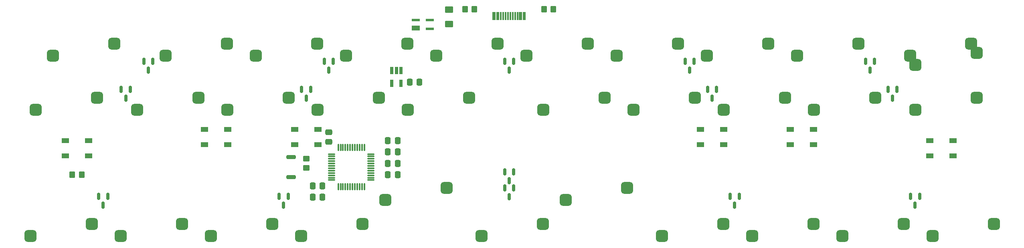
<source format=gbr>
%TF.GenerationSoftware,KiCad,Pcbnew,(7.0.0)*%
%TF.CreationDate,2024-03-25T14:13:36+01:00*%
%TF.ProjectId,kicad_tsuru,6b696361-645f-4747-9375-72752e6b6963,rev?*%
%TF.SameCoordinates,Original*%
%TF.FileFunction,Paste,Bot*%
%TF.FilePolarity,Positive*%
%FSLAX46Y46*%
G04 Gerber Fmt 4.6, Leading zero omitted, Abs format (unit mm)*
G04 Created by KiCad (PCBNEW (7.0.0)) date 2024-03-25 14:13:36*
%MOMM*%
%LPD*%
G01*
G04 APERTURE LIST*
G04 Aperture macros list*
%AMRoundRect*
0 Rectangle with rounded corners*
0 $1 Rounding radius*
0 $2 $3 $4 $5 $6 $7 $8 $9 X,Y pos of 4 corners*
0 Add a 4 corners polygon primitive as box body*
4,1,4,$2,$3,$4,$5,$6,$7,$8,$9,$2,$3,0*
0 Add four circle primitives for the rounded corners*
1,1,$1+$1,$2,$3*
1,1,$1+$1,$4,$5*
1,1,$1+$1,$6,$7*
1,1,$1+$1,$8,$9*
0 Add four rect primitives between the rounded corners*
20,1,$1+$1,$2,$3,$4,$5,0*
20,1,$1+$1,$4,$5,$6,$7,0*
20,1,$1+$1,$6,$7,$8,$9,0*
20,1,$1+$1,$8,$9,$2,$3,0*%
G04 Aperture macros list end*
%ADD10RoundRect,0.625000X-0.650000X-0.625000X0.650000X-0.625000X0.650000X0.625000X-0.650000X0.625000X0*%
%ADD11RoundRect,0.625000X0.650000X0.625000X-0.650000X0.625000X-0.650000X-0.625000X0.650000X-0.625000X0*%
%ADD12RoundRect,0.250000X-0.337500X-0.475000X0.337500X-0.475000X0.337500X0.475000X-0.337500X0.475000X0*%
%ADD13R,0.650000X1.560000*%
%ADD14RoundRect,0.200000X-0.800000X0.200000X-0.800000X-0.200000X0.800000X-0.200000X0.800000X0.200000X0*%
%ADD15R,1.500000X1.000000*%
%ADD16RoundRect,0.150000X-0.150000X0.587500X-0.150000X-0.587500X0.150000X-0.587500X0.150000X0.587500X0*%
%ADD17R,1.700000X1.000000*%
%ADD18R,1.700000X0.600000*%
%ADD19RoundRect,0.250000X0.475000X-0.337500X0.475000X0.337500X-0.475000X0.337500X-0.475000X-0.337500X0*%
%ADD20RoundRect,0.250000X-0.350000X-0.450000X0.350000X-0.450000X0.350000X0.450000X-0.350000X0.450000X0*%
%ADD21RoundRect,0.250000X0.337500X0.475000X-0.337500X0.475000X-0.337500X-0.475000X0.337500X-0.475000X0*%
%ADD22RoundRect,0.250000X0.350000X0.450000X-0.350000X0.450000X-0.350000X-0.450000X0.350000X-0.450000X0*%
%ADD23RoundRect,0.250000X-0.450000X0.350000X-0.450000X-0.350000X0.450000X-0.350000X0.450000X0.350000X0*%
%ADD24R,0.300000X1.750000*%
%ADD25RoundRect,0.075000X0.075000X-0.662500X0.075000X0.662500X-0.075000X0.662500X-0.075000X-0.662500X0*%
%ADD26RoundRect,0.075000X0.662500X-0.075000X0.662500X0.075000X-0.662500X0.075000X-0.662500X-0.075000X0*%
%ADD27RoundRect,0.250001X-0.624999X0.462499X-0.624999X-0.462499X0.624999X-0.462499X0.624999X0.462499X0*%
G04 APERTURE END LIST*
D10*
%TO.C,MX19*%
X212119375Y-69266250D03*
X225046375Y-66726250D03*
%TD*%
D11*
%TO.C,MX6*%
X164376875Y-55296250D03*
X151449875Y-57836250D03*
%TD*%
%TO.C,MX30*%
X250101875Y-93396250D03*
X237174875Y-95936250D03*
%TD*%
%TO.C,MX31*%
X154851875Y-93396250D03*
X141924875Y-95936250D03*
%TD*%
D10*
%TO.C,MX25*%
X121631875Y-88316250D03*
X134558875Y-85776250D03*
%TD*%
%TO.C,MX16*%
X154969375Y-69266250D03*
X167896375Y-66726250D03*
%TD*%
%TO.C,MX18*%
X193069375Y-69266250D03*
X205996375Y-66726250D03*
%TD*%
D11*
%TO.C,MX3*%
X107226875Y-55296250D03*
X94299875Y-57836250D03*
%TD*%
%TO.C,MX5*%
X145326875Y-55296250D03*
X132399875Y-57836250D03*
%TD*%
D10*
%TO.C,MX12*%
X69244375Y-69266250D03*
X82171375Y-66726250D03*
%TD*%
D11*
%TO.C,MX24*%
X116751875Y-93396250D03*
X103824875Y-95936250D03*
%TD*%
%TO.C,MX22*%
X78651875Y-93396250D03*
X65724875Y-95936250D03*
%TD*%
%TO.C,MX29*%
X231051875Y-93396250D03*
X218124875Y-95936250D03*
%TD*%
D10*
%TO.C,MX17*%
X174019375Y-69266250D03*
X186946375Y-66726250D03*
%TD*%
%TO.C,MX15*%
X126394375Y-69266250D03*
X139321375Y-66726250D03*
%TD*%
D11*
%TO.C,MX21*%
X59601875Y-93396250D03*
X46674875Y-95936250D03*
%TD*%
%TO.C,MX27*%
X192951875Y-93396250D03*
X180024875Y-95936250D03*
%TD*%
%TO.C,MX7*%
X183426875Y-55296250D03*
X170499875Y-57836250D03*
%TD*%
D10*
%TO.C,MX26*%
X159731875Y-88316250D03*
X172658875Y-85776250D03*
%TD*%
%TO.C,MX20*%
X233550625Y-69266250D03*
X246477625Y-66726250D03*
%TD*%
D11*
%TO.C,MX4*%
X126276875Y-55296250D03*
X113349875Y-57836250D03*
%TD*%
D10*
%TO.C,MX32*%
X233550625Y-59741250D03*
X246477625Y-57201250D03*
%TD*%
%TO.C,MX14*%
X107344375Y-69266250D03*
X120271375Y-66726250D03*
%TD*%
D11*
%TO.C,MX23*%
X97701875Y-93396250D03*
X84774875Y-95936250D03*
%TD*%
%TO.C,MX1*%
X64364375Y-55296250D03*
X51437375Y-57836250D03*
%TD*%
%TO.C,MX28*%
X212001875Y-93396250D03*
X199074875Y-95936250D03*
%TD*%
%TO.C,MX10*%
X245339375Y-55296250D03*
X232412375Y-57836250D03*
%TD*%
%TO.C,MX2*%
X88176875Y-55296250D03*
X75249875Y-57836250D03*
%TD*%
D10*
%TO.C,MX11*%
X47813125Y-69266250D03*
X60740125Y-66726250D03*
%TD*%
D11*
%TO.C,MX8*%
X202476875Y-55296250D03*
X189549875Y-57836250D03*
%TD*%
D10*
%TO.C,MX13*%
X88294375Y-69266250D03*
X101221375Y-66726250D03*
%TD*%
D11*
%TO.C,MX9*%
X221526875Y-55296250D03*
X208599875Y-57836250D03*
%TD*%
D12*
%TO.C,C1*%
X126739375Y-63351250D03*
X128814375Y-63351250D03*
%TD*%
D13*
%TO.C,U2*%
X123004374Y-60931249D03*
X123954374Y-60931249D03*
X124904374Y-60931249D03*
X124904374Y-63631249D03*
X123004374Y-63631249D03*
%TD*%
D14*
%TO.C,SW3*%
X101729375Y-79231250D03*
X101729375Y-83431250D03*
%TD*%
D15*
%TO.C,D20*%
X207160624Y-76581249D03*
X207160624Y-73381249D03*
X212060624Y-73381249D03*
X212060624Y-76581249D03*
%TD*%
%TO.C,D17*%
X83404374Y-76581249D03*
X83404374Y-73381249D03*
X88304374Y-73381249D03*
X88304374Y-76581249D03*
%TD*%
D16*
%TO.C,D11*%
X61091875Y-87537500D03*
X62991875Y-87537500D03*
X62041875Y-89412500D03*
%TD*%
%TO.C,D15*%
X232541875Y-87537500D03*
X234441875Y-87537500D03*
X233491875Y-89412500D03*
%TD*%
%TO.C,D14*%
X194441875Y-87537500D03*
X196341875Y-87537500D03*
X195391875Y-89412500D03*
%TD*%
%TO.C,D10*%
X227779375Y-64915625D03*
X229679375Y-64915625D03*
X228729375Y-66790625D03*
%TD*%
D15*
%TO.C,D19*%
X188179374Y-76581249D03*
X188179374Y-73381249D03*
X193079374Y-73381249D03*
X193079374Y-76581249D03*
%TD*%
D17*
%TO.C,U1*%
X128010624Y-51918749D03*
D18*
X128010624Y-50218749D03*
X131010624Y-50218749D03*
X131010624Y-52118749D03*
%TD*%
D15*
%TO.C,D16*%
X54035624Y-78962499D03*
X54035624Y-75762499D03*
X58935624Y-75762499D03*
X58935624Y-78962499D03*
%TD*%
%TO.C,D18*%
X102454374Y-76581249D03*
X102454374Y-73381249D03*
X107354374Y-73381249D03*
X107354374Y-76581249D03*
%TD*%
D19*
%TO.C,C5*%
X109666875Y-76018750D03*
X109666875Y-73943750D03*
%TD*%
D16*
%TO.C,D3*%
X146816875Y-58962500D03*
X148716875Y-58962500D03*
X147766875Y-60837500D03*
%TD*%
D20*
%TO.C,R2*%
X155101250Y-47993750D03*
X157101250Y-47993750D03*
%TD*%
D16*
%TO.C,D9*%
X189679375Y-64915625D03*
X191579375Y-64915625D03*
X190629375Y-66790625D03*
%TD*%
%TO.C,D6*%
X65854375Y-64915625D03*
X67754375Y-64915625D03*
X66804375Y-66790625D03*
%TD*%
D21*
%TO.C,C10*%
X108323125Y-87681250D03*
X106248125Y-87681250D03*
%TD*%
D16*
%TO.C,D7*%
X103954375Y-64915625D03*
X105854375Y-64915625D03*
X104904375Y-66790625D03*
%TD*%
D21*
%TO.C,C6*%
X108323125Y-85300000D03*
X106248125Y-85300000D03*
%TD*%
D22*
%TO.C,R1*%
X140432500Y-47993750D03*
X138432500Y-47993750D03*
%TD*%
D12*
%TO.C,C4*%
X122123125Y-78156250D03*
X124198125Y-78156250D03*
%TD*%
D16*
%TO.C,D5*%
X223016875Y-58962500D03*
X224916875Y-58962500D03*
X223966875Y-60837500D03*
%TD*%
%TO.C,D8*%
X146816875Y-82313727D03*
X148716875Y-82313727D03*
X147766875Y-84188727D03*
%TD*%
%TO.C,D4*%
X184916875Y-58962500D03*
X186816875Y-58962500D03*
X185866875Y-60837500D03*
%TD*%
D12*
%TO.C,C8*%
X122123125Y-82918750D03*
X124198125Y-82918750D03*
%TD*%
D16*
%TO.C,D2*%
X108716875Y-58962500D03*
X110616875Y-58962500D03*
X109666875Y-60837500D03*
%TD*%
D23*
%TO.C,R4*%
X104904375Y-79537500D03*
X104904375Y-81537500D03*
%TD*%
D24*
%TO.C,J1*%
X144416874Y-49393749D03*
X145216874Y-49393749D03*
X146516874Y-49393749D03*
X147516874Y-49393749D03*
X148016874Y-49393749D03*
X149016874Y-49393749D03*
X150316874Y-49393749D03*
X151116874Y-49393749D03*
X150816874Y-49393749D03*
X150016874Y-49393749D03*
X149516874Y-49393749D03*
X148516874Y-49393749D03*
X147016874Y-49393749D03*
X146016874Y-49393749D03*
X145516874Y-49393749D03*
X144716874Y-49393749D03*
%TD*%
D16*
%TO.C,D1*%
X70616875Y-58962500D03*
X72516875Y-58962500D03*
X71566875Y-60837500D03*
%TD*%
D25*
%TO.C,U3*%
X117179375Y-85493750D03*
X116679375Y-85493750D03*
X116179375Y-85493750D03*
X115679375Y-85493750D03*
X115179375Y-85493750D03*
X114679375Y-85493750D03*
X114179375Y-85493750D03*
X113679375Y-85493750D03*
X113179375Y-85493750D03*
X112679375Y-85493750D03*
X112179375Y-85493750D03*
X111679375Y-85493750D03*
D26*
X110266875Y-84081250D03*
X110266875Y-83581250D03*
X110266875Y-83081250D03*
X110266875Y-82581250D03*
X110266875Y-82081250D03*
X110266875Y-81581250D03*
X110266875Y-81081250D03*
X110266875Y-80581250D03*
X110266875Y-80081250D03*
X110266875Y-79581250D03*
X110266875Y-79081250D03*
X110266875Y-78581250D03*
D25*
X111679375Y-77168750D03*
X112179375Y-77168750D03*
X112679375Y-77168750D03*
X113179375Y-77168750D03*
X113679375Y-77168750D03*
X114179375Y-77168750D03*
X114679375Y-77168750D03*
X115179375Y-77168750D03*
X115679375Y-77168750D03*
X116179375Y-77168750D03*
X116679375Y-77168750D03*
X117179375Y-77168750D03*
D26*
X118591875Y-78581250D03*
X118591875Y-79081250D03*
X118591875Y-79581250D03*
X118591875Y-80081250D03*
X118591875Y-80581250D03*
X118591875Y-81081250D03*
X118591875Y-81581250D03*
X118591875Y-82081250D03*
X118591875Y-82581250D03*
X118591875Y-83081250D03*
X118591875Y-83581250D03*
X118591875Y-84081250D03*
%TD*%
D27*
%TO.C,F2*%
X135066875Y-48093750D03*
X135066875Y-51068750D03*
%TD*%
D12*
%TO.C,C7*%
X122123125Y-80537500D03*
X124198125Y-80537500D03*
%TD*%
D16*
%TO.C,D12*%
X99191875Y-87537500D03*
X101091875Y-87537500D03*
X100141875Y-89412500D03*
%TD*%
D22*
%TO.C,R3*%
X57485625Y-82918750D03*
X55485625Y-82918750D03*
%TD*%
D16*
%TO.C,D13*%
X146816875Y-85754981D03*
X148716875Y-85754981D03*
X147766875Y-87629981D03*
%TD*%
D12*
%TO.C,C9*%
X122123125Y-75775000D03*
X124198125Y-75775000D03*
%TD*%
D15*
%TO.C,D21*%
X236598124Y-78962499D03*
X236598124Y-75762499D03*
X241498124Y-75762499D03*
X241498124Y-78962499D03*
%TD*%
M02*

</source>
